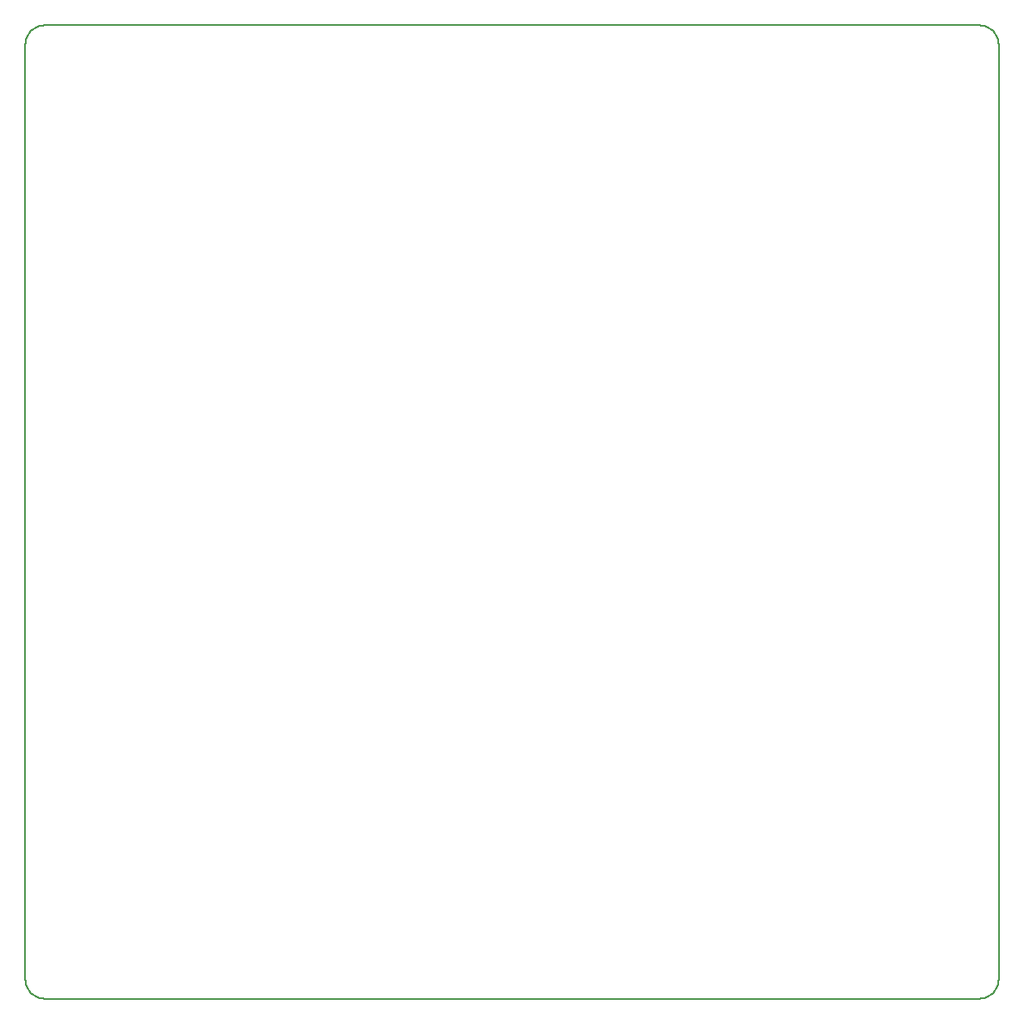
<source format=gko>
G04*
G04 #@! TF.GenerationSoftware,Altium Limited,Altium Designer,23.8.1 (32)*
G04*
G04 Layer_Color=16711935*
%FSLAX25Y25*%
%MOIN*%
G70*
G04*
G04 #@! TF.SameCoordinates,826F1502-A096-44AE-8D0B-28D4DE97D3ED*
G04*
G04*
G04 #@! TF.FilePolarity,Positive*
G04*
G01*
G75*
%ADD10C,0.00709*%
D10*
X487264Y532390D02*
X487196Y533418D01*
X486996Y534428D01*
X486664Y535403D01*
X486209Y536327D01*
X485637Y537183D01*
X484958Y537957D01*
X484183Y538637D01*
X483327Y539209D01*
X482403Y539664D01*
X481428Y539995D01*
X480417Y540196D01*
X479390Y540264D01*
Y150500D02*
X480417Y150567D01*
X481428Y150768D01*
X482403Y151099D01*
X483327Y151555D01*
X484183Y152127D01*
X484958Y152806D01*
X485637Y153581D01*
X486209Y154437D01*
X486664Y155361D01*
X486996Y156336D01*
X487196Y157346D01*
X487264Y158374D01*
X105374Y540264D02*
X104346Y540196D01*
X103336Y539995D01*
X102361Y539664D01*
X101437Y539209D01*
X100581Y538637D01*
X99806Y537957D01*
X99127Y537183D01*
X98555Y536327D01*
X98099Y535403D01*
X97768Y534428D01*
X97567Y533418D01*
X97500Y532390D01*
Y158374D02*
X97567Y157346D01*
X97768Y156336D01*
X98099Y155361D01*
X98555Y154437D01*
X99127Y153581D01*
X99806Y152806D01*
X100581Y152127D01*
X101437Y151555D01*
X102361Y151099D01*
X103336Y150768D01*
X104346Y150567D01*
X105374Y150500D01*
X479390D01*
X105374Y540264D02*
X479390D01*
X487264Y158374D02*
Y532390D01*
X97500Y158374D02*
Y532390D01*
M02*

</source>
